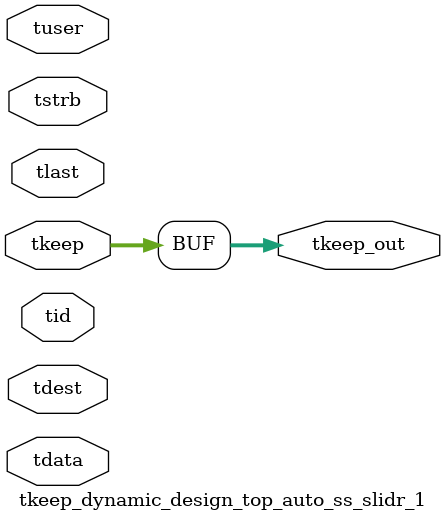
<source format=v>


`timescale 1ps/1ps

module tkeep_dynamic_design_top_auto_ss_slidr_1 #
(
parameter C_S_AXIS_TDATA_WIDTH = 32,
parameter C_S_AXIS_TUSER_WIDTH = 0,
parameter C_S_AXIS_TID_WIDTH   = 0,
parameter C_S_AXIS_TDEST_WIDTH = 0,
parameter C_M_AXIS_TDATA_WIDTH = 32
)
(
input  [(C_S_AXIS_TDATA_WIDTH == 0 ? 1 : C_S_AXIS_TDATA_WIDTH)-1:0     ] tdata,
input  [(C_S_AXIS_TUSER_WIDTH == 0 ? 1 : C_S_AXIS_TUSER_WIDTH)-1:0     ] tuser,
input  [(C_S_AXIS_TID_WIDTH   == 0 ? 1 : C_S_AXIS_TID_WIDTH)-1:0       ] tid,
input  [(C_S_AXIS_TDEST_WIDTH == 0 ? 1 : C_S_AXIS_TDEST_WIDTH)-1:0     ] tdest,
input  [(C_S_AXIS_TDATA_WIDTH/8)-1:0 ] tkeep,
input  [(C_S_AXIS_TDATA_WIDTH/8)-1:0 ] tstrb,
input                                                                    tlast,
output [(C_M_AXIS_TDATA_WIDTH/8)-1:0 ] tkeep_out
);

assign tkeep_out = {tkeep[63:0]};

endmodule


</source>
